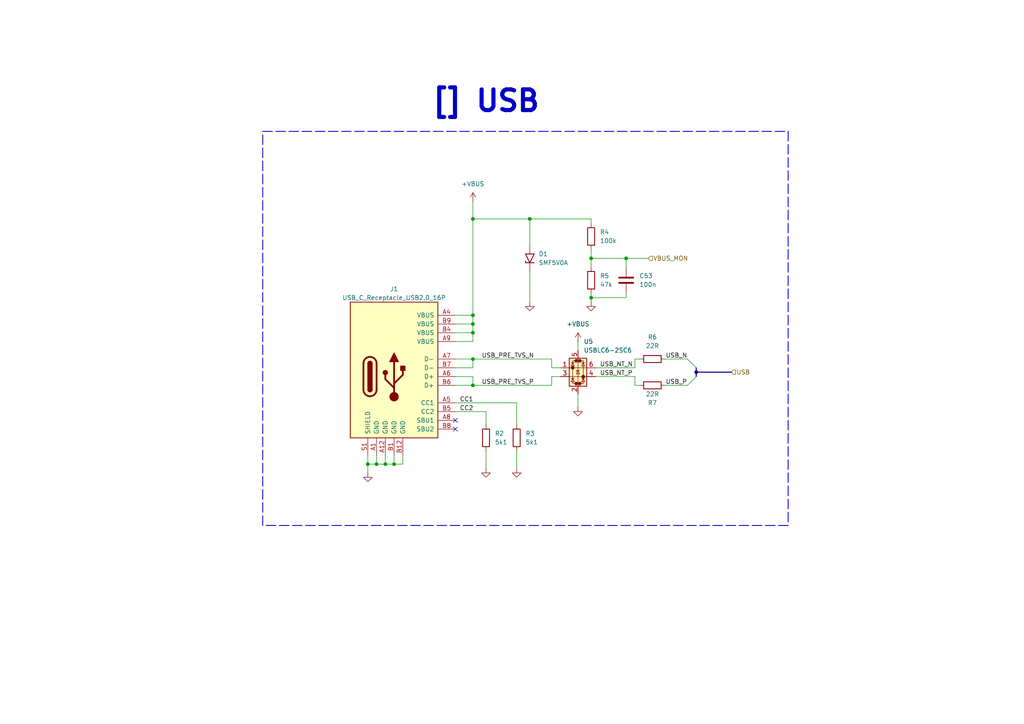
<source format=kicad_sch>
(kicad_sch (version 20250114) (generator "eeschema") (generator_version "9.0")
  (paper "A4")
  (title_block (title "USB") (date "2025-12-13") (rev "1.0") (company "Hoppen"))
  (lib_symbols
    (symbol "0_connectors:USB_C_Receptacle_USB2.0_16P" (pin_names (offset 1.016))
      (property "Reference" "J" (at 0 24.765 0))
      (property "Value" "USB_C_Receptacle_USB2.0_16P" (at 0 22.86 0))
      (symbol "USB_C_Receptacle_USB2.0_16P_0_1"
        (rectangle (start -12.7 21.59) (end 12.7 -17.78) (stroke (width 0.254)) (fill (type background)))
        (polyline (pts (xy -8.89 -3.81) (xy -8.89 3.81)) (stroke (width 0.508)))
        (rectangle (start -7.62 -3.81) (end -6.35 3.81) (stroke (width 0.254)) (fill (type outline)))
        (arc (start -7.62 3.81) (mid -6.985 4.4423) (end -6.35 3.81) (stroke (width 0.254)))
        (arc (start -7.62 3.81) (mid -6.985 4.4423) (end -6.35 3.81) (stroke (width 0.254)) (fill (type outline)))
        (arc (start -8.89 3.81) (mid -6.985 5.7067) (end -5.08 3.81) (stroke (width 0.508)))
        (arc (start -5.08 -3.81) (mid -6.985 -5.7067) (end -8.89 -3.81) (stroke (width 0.508)))
        (arc (start -6.35 -3.81) (mid -6.985 -4.4423) (end -7.62 -3.81) (stroke (width 0.254)))
        (arc (start -6.35 -3.81) (mid -6.985 -4.4423) (end -7.62 -3.81) (stroke (width 0.254)) (fill (type outline)))
        (polyline (pts (xy -5.08 3.81) (xy -5.08 -3.81)) (stroke (width 0.508)))
        (circle (center -2.54 1.143) (radius 0.635) (stroke (width 0.254)) (fill (type outline)))
        (polyline (pts (xy -1.27 4.318) (xy 0 6.858) (xy 1.27 4.318) (xy -1.27 4.318)) (stroke (width 0.254)) (fill (type outline)))
        (polyline (pts (xy 0 -2.032) (xy 2.54 0.508) (xy 2.54 1.778)) (stroke (width 0.508)))
        (polyline (pts (xy 0 -3.302) (xy -2.54 -0.762) (xy -2.54 0.508)) (stroke (width 0.508)))
        (polyline (pts (xy 0 -5.842) (xy 0 4.318)) (stroke (width 0.508)))
        (circle (center 0 -5.842) (radius 1.27) (fill (type outline)))
        (rectangle (start 1.905 1.778) (end 3.175 3.048) (stroke (width 0.254)) (fill (type outline)))
      )
      (symbol "USB_C_Receptacle_USB2.0_16P_1_1"
        (pin passive line (at -7.62 -22.86 90) (length 5.08) (name "SHIELD") (number "S1"))
        (pin passive line (at -5.08 -22.86 90) (length 5.08) (name "GND") (number "A1"))
        (pin passive line (at -2.54 -22.86 90) (length 5.08) (name "GND") (number "A12"))
        (pin passive line (at 0 -22.86 90) (length 5.08) (name "GND") (number "B1"))
        (pin passive line (at 2.54 -22.86 90) (length 5.08) (name "GND") (number "B12"))
        (pin passive line (at 17.78 17.78 180) (length 5.08) (name "VBUS") (number "A4"))
        (pin passive line (at 17.78 15.24 180) (length 5.08) (name "VBUS") (number "B9"))
        (pin passive line (at 17.78 12.7 180) (length 5.08) (name "VBUS") (number "B4"))
        (pin passive line (at 17.78 10.16 180) (length 5.08) (name "VBUS") (number "A9"))
        (pin bidirectional line (at 17.78 5.08 180) (length 5.08) (name "D-") (number "A7"))
        (pin bidirectional line (at 17.78 2.54 180) (length 5.08) (name "D-") (number "B7"))
        (pin bidirectional line (at 17.78 0 180) (length 5.08) (name "D+") (number "A6"))
        (pin bidirectional line (at 17.78 -2.54 180) (length 5.08) (name "D+") (number "B6"))
        (pin bidirectional line (at 17.78 -7.62 180) (length 5.08) (name "CC1") (number "A5"))
        (pin bidirectional line (at 17.78 -10.16 180) (length 5.08) (name "CC2") (number "B5"))
        (pin bidirectional line (at 17.78 -12.7 180) (length 5.08) (name "SBU1") (number "A8"))
        (pin bidirectional line (at 17.78 -15.24 180) (length 5.08) (name "SBU2") (number "B8"))
      )
    )
    (symbol "0_diodes:SMF5V0A" (pin_numbers (hide yes)) (pin_names (offset 1.016) (hide yes))
      (property "Reference" "D" (at 0 2.54 0))
      (property "Value" "SMF5V0A" (at 0 -2.54 0))
      (symbol "SMF5V0A_0_1"
        (polyline (pts (xy -0.762 1.27) (xy -1.27 1.27) (xy -1.27 -1.27)) (stroke (width 0.254)))
        (polyline (pts (xy 1.27 1.27) (xy 1.27 -1.27) (xy -1.27 0) (xy 1.27 1.27)) (stroke (width 0.254)))
      )
      (symbol "SMF5V0A_1_1"
        (pin passive line (at -3.81 0 0) (length 2.54) (name "A1") (number "1"))
        (pin passive line (at 3.81 0 180) (length 2.54) (name "A2") (number "2"))
      )
    )
    (symbol "0_diodes:USBLC6-2SC6" (pin_names (hide yes))
      (property "Reference" "U" (at -5.08 3.81 0))
      (property "Value" "USBLC6-2SC6" (at 2.54 3.81 0))
      (symbol "USBLC6-2SC6_0_0"
        (circle (center -1.524 0) (radius 0.0001) (stroke (width 0.508)))
        (circle (center -0.508 2.032) (radius 0.0001) (stroke (width 0.508)))
        (circle (center -0.508 -4.572) (radius 0.0001) (stroke (width 0.508)))
        (circle (center 0.508 2.032) (radius 0.0001) (stroke (width 0.508)))
        (circle (center 0.508 -4.572) (radius 0.0001) (stroke (width 0.508)))
        (circle (center 1.524 -2.54) (radius 0.0001) (stroke (width 0.508)))
      )
      (symbol "USBLC6-2SC6_0_1"
        (polyline (pts (xy -2.54 0) (xy 2.54 0)))
        (polyline (pts (xy -2.54 -2.54) (xy 2.54 -2.54)))
        (polyline (pts (xy -2.032 0.508) (xy -1.016 0.508) (xy -1.524 1.524) (xy -2.032 0.508)))
        (polyline (pts (xy -2.032 -3.048) (xy -1.016 -3.048)))
        (polyline (pts (xy -1.016 1.524) (xy -2.032 1.524)))
        (polyline (pts (xy -1.016 -4.064) (xy -2.032 -4.064) (xy -1.524 -3.048) (xy -1.016 -4.064)))
        (polyline (pts (xy -0.508 -1.143) (xy -0.508 -0.762) (xy 0.508 -0.762)))
        (polyline (pts (xy 0 2.54) (xy -0.508 2.032) (xy 0.508 2.032) (xy 0 1.524) (xy 0 -4.064) (xy -0.508 -4.572) (xy 0.508 -4.572) (xy 0 -5.08)))
        (polyline (pts (xy 0.508 -1.778) (xy -0.508 -1.778) (xy 0 -0.762) (xy 0.508 -1.778)))
        (polyline (pts (xy 1.016 1.524) (xy 2.032 1.524)))
        (polyline (pts (xy 1.016 -3.048) (xy 2.032 -3.048)))
        (polyline (pts (xy 2.032 0.508) (xy 1.016 0.508) (xy 1.524 1.524) (xy 2.032 0.508)))
        (polyline (pts (xy 2.032 -4.064) (xy 1.016 -4.064) (xy 1.524 -3.048) (xy 2.032 -4.064)))
      )
      (symbol "USBLC6-2SC6_1_1"
        (rectangle (start -2.54 2.794) (end 2.54 -5.334) (stroke (width 0.254)) (fill (type background)))
        (polyline (pts (xy -0.508 2.032) (xy -1.524 2.032) (xy -1.524 -4.572) (xy -0.508 -4.572)))
        (polyline (pts (xy 0.508 -4.572) (xy 1.524 -4.572) (xy 1.524 2.032) (xy 0.508 2.032)))
        (pin passive line (at -5.08 0 0) (length 2.54) (name "I/O1") (number "1"))
        (pin passive line (at -5.08 -2.54 0) (length 2.54) (name "I/O2") (number "3"))
        (pin passive line (at 0 5.08 270) (length 2.54) (name "VBUS") (number "5"))
        (pin passive line (at 0 -7.62 90) (length 2.54) (name "GND") (number "2"))
        (pin passive line (at 5.08 0 180) (length 2.54) (name "I/O1") (number "6"))
        (pin passive line (at 5.08 -2.54 180) (length 2.54) (name "I/O2") (number "4"))
      )
    )
    (symbol "Device:C" (pin_numbers (hide yes)) (pin_names (offset 0.254))
      (property "Reference" "C" (at 0.635 2.54 0))
      (property "Value" "C" (at 0.635 -2.54 0))
      (symbol "C_0_1"
        (polyline (pts (xy -2.032 0.762) (xy 2.032 0.762)) (stroke (width 0.508)))
        (polyline (pts (xy -2.032 -0.762) (xy 2.032 -0.762)) (stroke (width 0.508)))
      )
      (symbol "C_1_1"
        (pin passive line (at 0 3.81 270) (length 2.794) (name "~") (number "1"))
        (pin passive line (at 0 -3.81 90) (length 2.794) (name "~") (number "2"))
      )
    )
    (symbol "Device:R" (pin_numbers (hide yes)) (pin_names (offset 0))
      (property "Reference" "R" (at 2.032 0 90))
      (property "Value" "R" (at 0 0 90))
      (symbol "R_0_1"
        (rectangle (start -1.016 -2.54) (end 1.016 2.54) (stroke (width 0.254)))
      )
      (symbol "R_1_1"
        (pin passive line (at 0 3.81 270) (length 1.27) (name "~") (number "1"))
        (pin passive line (at 0 -3.81 90) (length 1.27) (name "~") (number "2"))
      )
    )
    (symbol "power:+3.3V" (power) (pin_numbers (hide yes)) (pin_names (offset 0) (hide yes))
      (property "Value" "+3.3V" (at 0 3.556 0))
      (symbol "+3.3V_0_1"
        (polyline (pts (xy -0.762 1.27) (xy 0 2.54)))
        (polyline (pts (xy 0 2.54) (xy 0.762 1.27)))
        (polyline (pts (xy 0 0) (xy 0 2.54)))
      )
      (symbol "+3.3V_1_1"
        (pin power_in line (at 0 0 90) (length 0) (name "~") (number "1"))
      )
    )
    (symbol "power:GND" (power) (pin_numbers (hide yes)) (pin_names (offset 0) (hide yes))
      (property "Value" "GND" (at 0 -3.81 0))
      (symbol "GND_0_1"
        (polyline (pts (xy 0 0) (xy 0 -1.27) (xy 1.27 -1.27) (xy 0 -2.54) (xy -1.27 -1.27) (xy 0 -1.27)))
      )
      (symbol "GND_1_1"
        (pin power_in line (at 0 0 270) (length 0) (name "~") (number "1"))
      )
    )
  )
  (rectangle (start 76.2 38.1) (end 228.6 152.4) (stroke (width 0.254) (type dash)))
  (text_box "[${#}] ${TITLE}" (at 93.98 22.86 0) (size 93.98 12.7) (margins 4.4999 4.4999 4.4999 4.4999) (stroke (width -0.0001)) (effects (font (size 6 6) (thickness 1.2) (bold yes))))
  (junction (at 137.16 111.76))
  (junction (at 137.16 91.44))
  (junction (at 201.93 107.95))
  (junction (at 109.22 134.62))
  (junction (at 181.61 74.93))
  (junction (at 114.3 134.62))
  (junction (at 106.68 134.62))
  (junction (at 171.45 86.36))
  (junction (at 137.16 104.14))
  (junction (at 137.16 63.5))
  (junction (at 137.16 96.52))
  (junction (at 111.76 134.62))
  (junction (at 171.45 74.93))
  (junction (at 137.16 93.98))
  (junction (at 153.67 63.5))
  (no_connect (at 132.08 121.92))
  (no_connect (at 132.08 124.46))
  (bus_entry (at 199.39 111.76) (size 2.54 -2.54))
  (bus_entry (at 199.39 104.14) (size 2.54 2.54))
  (wire (pts (xy 172.72 106.68) (xy 184.15 106.68)))
  (wire (pts (xy 184.15 104.14) (xy 185.42 104.14)))
  (wire (pts (xy 172.72 109.22) (xy 184.15 109.22)))
  (wire (pts (xy 167.64 114.3) (xy 167.64 118.11)))
  (wire (pts (xy 167.64 99.06) (xy 167.64 101.6)))
  (wire (pts (xy 132.08 91.44) (xy 137.16 91.44)))
  (wire (pts (xy 184.15 104.14) (xy 184.15 106.68)))
  (wire (pts (xy 160.02 111.76) (xy 160.02 109.22)))
  (wire (pts (xy 171.45 63.5) (xy 171.45 64.77)))
  (wire (pts (xy 116.84 132.08) (xy 116.84 134.62)))
  (wire (pts (xy 106.68 132.08) (xy 106.68 134.62)))
  (wire (pts (xy 181.61 74.93) (xy 187.96 74.93)))
  (wire (pts (xy 171.45 86.36) (xy 181.61 86.36)))
  (wire (pts (xy 137.16 91.44) (xy 137.16 93.98)))
  (wire (pts (xy 171.45 74.93) (xy 171.45 77.47)))
  (wire (pts (xy 171.45 74.93) (xy 181.61 74.93)))
  (wire (pts (xy 132.08 93.98) (xy 137.16 93.98)))
  (wire (pts (xy 181.61 86.36) (xy 181.61 85.09)))
  (wire (pts (xy 193.04 111.76) (xy 199.39 111.76)))
  (wire (pts (xy 132.08 119.38) (xy 140.97 119.38)))
  (wire (pts (xy 132.08 106.68) (xy 137.16 106.68)))
  (wire (pts (xy 106.68 134.62) (xy 109.22 134.62)))
  (wire (pts (xy 160.02 109.22) (xy 162.56 109.22)))
  (wire (pts (xy 184.15 111.76) (xy 185.42 111.76)))
  (wire (pts (xy 106.68 134.62) (xy 106.68 137.16)))
  (wire (pts (xy 111.76 134.62) (xy 114.3 134.62)))
  (wire (pts (xy 137.16 104.14) (xy 132.08 104.14)))
  (wire (pts (xy 137.16 63.5) (xy 153.67 63.5)))
  (wire (pts (xy 171.45 85.09) (xy 171.45 86.36)))
  (wire (pts (xy 153.67 63.5) (xy 153.67 71.12)))
  (wire (pts (xy 140.97 130.81) (xy 140.97 135.89)))
  (bus (pts (xy 201.93 106.68) (xy 201.93 107.95)))
  (wire (pts (xy 184.15 109.22) (xy 184.15 111.76)))
  (wire (pts (xy 116.84 134.62) (xy 114.3 134.62)))
  (wire (pts (xy 153.67 63.5) (xy 171.45 63.5)))
  (wire (pts (xy 140.97 119.38) (xy 140.97 123.19)))
  (wire (pts (xy 132.08 116.84) (xy 149.86 116.84)))
  (wire (pts (xy 193.04 104.14) (xy 199.39 104.14)))
  (wire (pts (xy 137.16 106.68) (xy 137.16 104.14)))
  (bus (pts (xy 201.93 107.95) (xy 201.93 109.22)))
  (wire (pts (xy 137.16 109.22) (xy 132.08 109.22)))
  (wire (pts (xy 149.86 130.81) (xy 149.86 135.89)))
  (wire (pts (xy 171.45 86.36) (xy 171.45 87.63)))
  (wire (pts (xy 149.86 116.84) (xy 149.86 123.19)))
  (wire (pts (xy 171.45 72.39) (xy 171.45 74.93)))
  (wire (pts (xy 137.16 96.52) (xy 137.16 93.98)))
  (wire (pts (xy 132.08 111.76) (xy 137.16 111.76)))
  (wire (pts (xy 137.16 104.14) (xy 160.02 104.14)))
  (wire (pts (xy 111.76 132.08) (xy 111.76 134.62)))
  (wire (pts (xy 137.16 63.5) (xy 137.16 91.44)))
  (wire (pts (xy 132.08 96.52) (xy 137.16 96.52)))
  (wire (pts (xy 109.22 134.62) (xy 111.76 134.62)))
  (wire (pts (xy 160.02 106.68) (xy 162.56 106.68)))
  (wire (pts (xy 109.22 132.08) (xy 109.22 134.62)))
  (wire (pts (xy 132.08 99.06) (xy 137.16 99.06)))
  (wire (pts (xy 114.3 132.08) (xy 114.3 134.62)))
  (wire (pts (xy 137.16 111.76) (xy 160.02 111.76)))
  (bus (pts (xy 201.93 107.95) (xy 212.09 107.95)))
  (wire (pts (xy 137.16 58.42) (xy 137.16 63.5)))
  (wire (pts (xy 181.61 74.93) (xy 181.61 77.47)))
  (wire (pts (xy 137.16 99.06) (xy 137.16 96.52)))
  (wire (pts (xy 160.02 104.14) (xy 160.02 106.68)))
  (wire (pts (xy 137.16 111.76) (xy 137.16 109.22)))
  (wire (pts (xy 153.67 78.74) (xy 153.67 87.63)))
  (label "USB_NT_P" (at 173.99 109.22 0))
  (label "USB_N" (at 193.04 104.14 0))
  (label "USB_P" (at 193.04 111.76 0))
  (label "USB_PRE_TVS_P" (at 139.7 111.76 0))
  (label "CC1" (at 133.35 116.84 0))
  (label "CC2" (at 133.35 119.38 0))
  (label "USB_PRE_TVS_N" (at 139.7 104.14 0))
  (label "USB_NT_N" (at 173.99 106.68 0))
  (hierarchical_label "VBUS_MON" (shape input) (at 187.96 74.93 0))
  (hierarchical_label "USB" (shape input) (at 212.09 107.95 0))
  (symbol (lib_id "Device:R") (at 149.86 127 0) (unit 1)
    (property "Reference" "R3" (at 152.4 125.7299 0) (effects (justify left)))
    (property "Value" "5k1" (at 152.4 128.2699 0) (effects (justify left)))
    (property "Description" "Resistor" (effects (hide yes)))
  )
  (symbol (lib_id "Device:R") (at 140.97 127 0) (unit 1)
    (property "Reference" "R2" (at 143.51 125.7299 0) (effects (justify left)))
    (property "Value" "5k1" (at 143.51 128.2699 0) (effects (justify left)))
    (property "Description" "Resistor" (effects (hide yes)))
  )
  (symbol (lib_id "0_diodes:USBLC6-2SC6") (at 167.64 106.68 0) (unit 1)
    (property "Reference" "U5" (at 169.2911 99.06 0) (effects (justify left)))
    (property "Value" "USBLC6-2SC6" (at 169.2911 101.6 0) (effects (justify left)))
    (property "Footprint" "Package_TO_SOT_SMD:SOT-23-6" (effects (hide yes)))
    (property "Datasheet" "https://www.st.com/resource/en/datasheet/usblc6-2.pdf" (effects (hide yes)))
    (property "Description" "Very low capacitance ESD protection diode, 2 data-line, SOT-23-6" (effects (hide yes)))
  )
  (symbol (lib_id "0_connectors:USB_C_Receptacle_USB2.0_16P") (at 114.3 109.22 0) (unit 1)
    (property "Reference" "J1" (at 114.3 83.82 0))
    (property "Value" "USB_C_Receptacle_USB2.0_16P" (at 114.3 86.36 0))
    (property "Datasheet" "https://www.usb.org/sites/default/files/documents/usb_type-c.zip" (effects (hide yes)))
    (property "Description" "USB 2.0-only 16P Type-C Receptacle connector" (effects (hide yes)))
  )
  (symbol (lib_id "power:GND") (at 140.97 135.89 0) (unit 1)
    (property "Reference" "#PWR036" (effects (hide yes)))
    (property "Value" "GND" (effects (hide yes)))
    (property "Description" "Power symbol creates a global label with name \"GND\" , ground" (effects (hide yes)))
  )
  (symbol (lib_id "power:+3.3V") (at 167.64 99.06 0) (unit 1)
    (property "Reference" "#PWR038" (effects (hide yes)))
    (property "Value" "+VBUS" (at 167.64 93.98 0))
    (property "Description" "Power symbol creates a global label with name \"+3.3V\"" (effects (hide yes)))
  )
  (symbol (lib_id "Device:C") (at 181.61 81.28 0) (unit 1)
    (property "Reference" "C53" (at 185.42 80.0099 0) (effects (justify left)))
    (property "Value" "100n" (at 185.42 82.5499 0) (effects (justify left)))
    (property "Description" "Unpolarized capacitor" (effects (hide yes)))
  )
  (symbol (lib_id "0_diodes:SMF5V0A") (at 153.67 74.93 90) (unit 1)
    (property "Reference" "D1" (at 156.21 73.6599 90) (effects (justify right)))
    (property "Value" "SMF5V0A" (at 156.21 76.1999 90) (effects (justify right)))
    (property "Footprint" "Diode_SMD:D_SMF" (effects (hide yes)))
    (property "Datasheet" "https://www.vishay.com/doc?85881" (effects (hide yes)))
    (property "Description" "200W unidirectional Transil Transient Voltage Suppressor, 5Vrwm, SMF" (effects (hide yes)))
  )
  (symbol (lib_id "power:GND") (at 149.86 135.89 0) (unit 1)
    (property "Reference" "#PWR037" (effects (hide yes)))
    (property "Value" "GND" (effects (hide yes)))
    (property "Description" "Power symbol creates a global label with name \"GND\" , ground" (effects (hide yes)))
  )
  (symbol (lib_id "Device:R") (at 189.23 104.14 270) (unit 1)
    (property "Reference" "R6" (at 189.23 97.79 90))
    (property "Value" "22R" (at 189.23 100.33 90))
    (property "Description" "Resistor" (effects (hide yes)))
  )
  (symbol (lib_id "power:GND") (at 106.68 137.16 0) (unit 1)
    (property "Reference" "#PWR034" (effects (hide yes)))
    (property "Value" "GND" (effects (hide yes)))
    (property "Description" "Power symbol creates a global label with name \"GND\" , ground" (effects (hide yes)))
  )
  (symbol (lib_id "power:+3.3V") (at 137.16 58.42 0) (unit 1)
    (property "Reference" "#PWR035" (effects (hide yes)))
    (property "Value" "+VBUS" (at 137.16 53.34 0))
    (property "Description" "Power symbol creates a global label with name \"+3.3V\"" (effects (hide yes)))
  )
  (symbol (lib_id "power:GND") (at 171.45 87.63 0) (unit 1)
    (property "Reference" "#PWR040" (effects (hide yes)))
    (property "Value" "GND" (effects (hide yes)))
    (property "Description" "Power symbol creates a global label with name \"GND\" , ground" (effects (hide yes)))
  )
  (symbol (lib_id "power:GND") (at 153.67 87.63 0) (unit 1)
    (property "Reference" "#PWR041" (effects (hide yes)))
    (property "Value" "GND" (effects (hide yes)))
    (property "Description" "Power symbol creates a global label with name \"GND\" , ground" (effects (hide yes)))
  )
  (symbol (lib_id "Device:R") (at 189.23 111.76 90) (unit 1)
    (property "Reference" "R7" (at 189.23 116.84 90))
    (property "Value" "22R" (at 189.23 114.3 90))
    (property "Description" "Resistor" (effects (hide yes)))
  )
  (symbol (lib_id "Device:R") (at 171.45 81.28 180) (unit 1)
    (property "Reference" "R5" (at 173.99 80.0099 0) (effects (justify right)))
    (property "Value" "47k" (at 173.99 82.5499 0) (effects (justify right)))
    (property "Description" "Resistor" (effects (hide yes)))
  )
  (symbol (lib_id "Device:R") (at 171.45 68.58 180) (unit 1)
    (property "Reference" "R4" (at 173.99 67.3099 0) (effects (justify right)))
    (property "Value" "100k" (at 173.99 69.8499 0) (effects (justify right)))
    (property "Description" "Resistor" (effects (hide yes)))
  )
  (symbol (lib_id "power:GND") (at 167.64 118.11 0) (unit 1)
    (property "Reference" "#PWR039" (effects (hide yes)))
    (property "Value" "GND" (effects (hide yes)))
    (property "Description" "Power symbol creates a global label with name \"GND\" , ground" (effects (hide yes)))
  )
)
</source>
